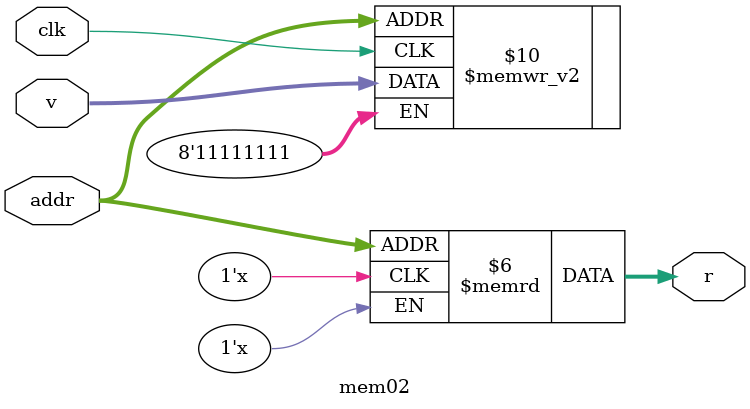
<source format=v>
module mem02(output [0:7] r, input [0:7] v,
             input[0:3] addr, input clk);
   reg [7:0]       mem [3:0];

   always @(posedge clk)
     mem[addr] <= v;
   
   assign r = mem[addr];
endmodule

</source>
